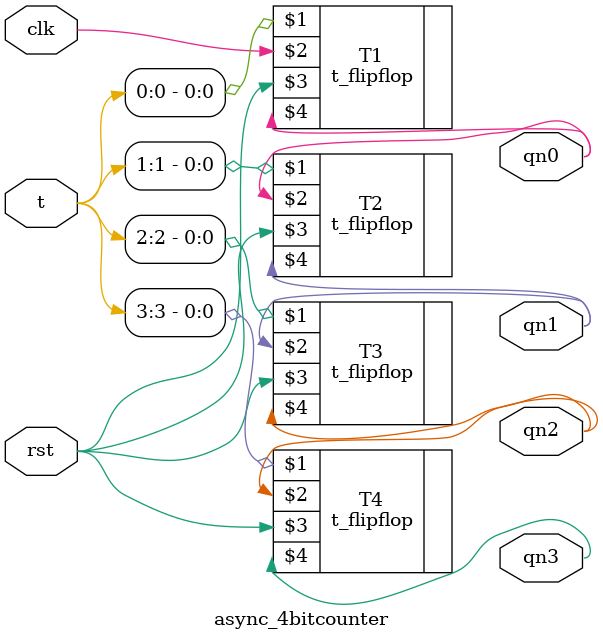
<source format=v>

module async_4bitcounter(input [3:0] t,input clk,rst,output qn0,qn1,qn2,qn3);


 t_flipflop T1 (t[0],clk,rst,qn0,);
 t_flipflop T2 (t[1],qn0,rst,qn1,);
 t_flipflop T3 (t[2],qn1,rst,qn2,);
 t_flipflop T4 (t[3],qn2,rst,qn3,);
 
 
endmodule

</source>
